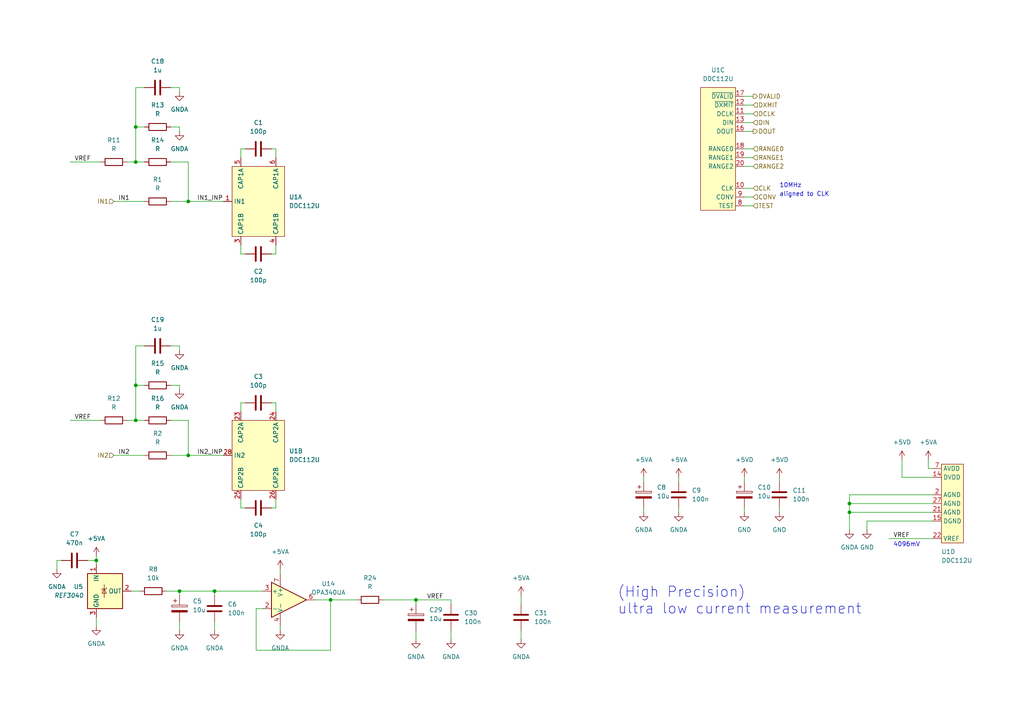
<source format=kicad_sch>
(kicad_sch (version 20211123) (generator eeschema)
  (paper "A4")
  (title_block (title "Open Nano Amp Meter") (date "2022-11-17") (rev "0.9"))
  (lib_symbols
    (symbol "Amplifier_Operational:OPA340UA" (pin_names (offset 0.127))
      (property "Reference" "U" (at 0 6.35 0))
      (property "Value" "OPA340UA" (at 0 3.81 0))
      (symbol "OPA340UA_0_1"
        (polyline (pts (xy -5.08 5.08) (xy 5.08 0) (xy -5.08 -5.08) (xy -5.08 5.08)) (stroke (width 0.254)) (fill (type background)))
      )
      (symbol "OPA340UA_1_1"
        (pin no_connect line (at -2.54 2.54 270) (length 2.54) hide (name "NC") (number "1"))
        (pin input line (at -7.62 -2.54 0) (length 2.54) (name "-") (number "2"))
        (pin input line (at -7.62 2.54 0) (length 2.54) (name "+") (number "3"))
        (pin power_in line (at -2.54 -7.62 90) (length 3.81) (name "V-") (number "4"))
        (pin no_connect line (at 0 2.54 270) (length 2.54) hide (name "NC") (number "5"))
        (pin output line (at 7.62 0 180) (length 2.54) (name "~") (number "6"))
        (pin power_in line (at -2.54 7.62 270) (length 3.81) (name "V+") (number "7"))
        (pin no_connect line (at 0 -2.54 90) (length 2.54) hide (name "NC") (number "8"))
      )
    )
    (symbol "DDC112:DDC112U"
      (property "Reference" "U" (at 10.16 -6.35 0))
      (property "Value" "DDC112U" (at 13.97 -8.89 0))
      (symbol "DDC112U_1_1"
        (rectangle (start -10.16 10.16) (end 5.08 -10.16) (stroke (width 0.1524)) (fill (type background)))
        (pin input line (at -12.7 0 0) (length 2.54) (name "IN1") (number "1"))
        (pin unspecified line (at -7.62 -12.7 90) (length 2.54) (name "CAP1B") (number "3"))
        (pin unspecified line (at 2.54 -12.7 90) (length 2.54) (name "CAP1B") (number "4"))
        (pin unspecified line (at -7.62 12.7 270) (length 2.54) (name "CAP1A") (number "5"))
        (pin unspecified line (at 2.54 12.7 270) (length 2.54) (name "CAP1A") (number "6"))
      )
      (symbol "DDC112U_2_1"
        (rectangle (start -7.62 10.16) (end 7.62 -10.16) (stroke (width 0.1524)) (fill (type background)))
        (pin unspecified line (at -5.08 12.7 270) (length 2.54) (name "CAP2A") (number "23"))
        (pin unspecified line (at 5.08 12.7 270) (length 2.54) (name "CAP2A") (number "24"))
        (pin unspecified line (at -5.08 -12.7 90) (length 2.54) (name "CAP2B") (number "25"))
        (pin unspecified line (at 5.08 -12.7 90) (length 2.54) (name "CAP2B") (number "26"))
        (pin input line (at -10.16 0 0) (length 2.54) (name "IN2") (number "28"))
      )
      (symbol "DDC112U_3_1"
        (rectangle (start -5.08 15.24) (end 5.08 -20.32) (stroke (width 0.1524)) (fill (type background)))
        (pin input line (at -7.62 -13.97 0) (length 2.54) (name "CLK") (number "10"))
        (pin input line (at -7.62 7.62 0) (length 2.54) (name "DCLK") (number "11"))
        (pin input line (at -7.62 10.16 0) (length 2.54) (name "~{DXMIT}") (number "12"))
        (pin input line (at -7.62 5.08 0) (length 2.54) (name "DIN") (number "13"))
        (pin output line (at -7.62 2.54 0) (length 2.54) (name "DOUT") (number "16"))
        (pin output line (at -7.62 12.7 0) (length 2.54) (name "~{DVALID}") (number "17"))
        (pin input line (at -7.62 -2.54 0) (length 2.54) (name "RANGE0") (number "18"))
        (pin input line (at -7.62 -5.08 0) (length 2.54) (name "RANGE1") (number "19"))
        (pin input line (at -7.62 -7.62 0) (length 2.54) (name "RANGE2") (number "20"))
        (pin input line (at -7.62 -19.05 0) (length 2.54) (name "TEST") (number "8"))
        (pin input line (at -7.62 -16.51 0) (length 2.54) (name "CONV") (number "9"))
      )
      (symbol "DDC112U_4_1"
        (rectangle (start -2.54 8.89) (end 3.81 -13.97) (stroke (width 0.1524)) (fill (type background)))
        (pin power_in line (at -5.08 5.08 0) (length 2.54) (name "DVDD") (number "14"))
        (pin power_in line (at -5.08 -7.62 0) (length 2.54) (name "DGND") (number "15"))
        (pin power_in line (at -5.08 0 0) (length 2.54) (name "AGND") (number "2"))
        (pin power_in line (at -5.08 -5.08 0) (length 2.54) (name "AGND") (number "21"))
        (pin passive line (at -5.08 -12.7 0) (length 2.54) (name "VREF") (number "22"))
        (pin power_in line (at -5.08 -2.54 0) (length 2.54) (name "AGND") (number "27"))
        (pin power_in line (at -5.08 7.62 0) (length 2.54) (name "AVDD") (number "7"))
      )
    )
    (symbol "Device:C" (pin_numbers hide) (pin_names (offset 0.254))
      (property "Reference" "C" (at 0.635 2.54 0))
      (property "Value" "C" (at 0.635 -2.54 0))
      (symbol "C_0_1"
        (polyline (pts (xy -2.032 -0.762) (xy 2.032 -0.762)) (stroke (width 0.508)))
        (polyline (pts (xy -2.032 0.762) (xy 2.032 0.762)) (stroke (width 0.508)))
      )
      (symbol "C_1_1"
        (pin passive line (at 0 3.81 270) (length 2.794) (name "~") (number "1"))
        (pin passive line (at 0 -3.81 90) (length 2.794) (name "~") (number "2"))
      )
    )
    (symbol "Device:C_Polarized" (pin_numbers hide) (pin_names (offset 0.254))
      (property "Reference" "C" (at 0.635 2.54 0))
      (property "Value" "C_Polarized" (at 0.635 -2.54 0))
      (symbol "C_Polarized_0_1"
        (rectangle (start -2.286 0.508) (end 2.286 1.016))
        (polyline (pts (xy -1.778 2.286) (xy -0.762 2.286)))
        (polyline (pts (xy -1.27 2.794) (xy -1.27 1.778)))
        (rectangle (start 2.286 -0.508) (end -2.286 -1.016) (fill (type outline)))
      )
      (symbol "C_Polarized_1_1"
        (pin passive line (at 0 3.81 270) (length 2.794) (name "~") (number "1"))
        (pin passive line (at 0 -3.81 90) (length 2.794) (name "~") (number "2"))
      )
    )
    (symbol "Device:R" (pin_numbers hide) (pin_names (offset 0))
      (property "Reference" "R" (at 2.032 0 90))
      (property "Value" "R" (at 0 0 90))
      (symbol "R_0_1"
        (rectangle (start -1.016 -2.54) (end 1.016 2.54) (stroke (width 0.254)))
      )
      (symbol "R_1_1"
        (pin passive line (at 0 3.81 270) (length 1.27) (name "~") (number "1"))
        (pin passive line (at 0 -3.81 90) (length 1.27) (name "~") (number "2"))
      )
    )
    (symbol "Reference_Voltage:REF3040" (pin_names (offset 0.254))
      (property "Reference" "U" (at 0 6.35 0))
      (property "Value" "REF3040" (at 2.54 -6.35 0))
      (symbol "REF3040_0_1"
        (rectangle (start -5.08 5.08) (end 5.08 -5.08) (stroke (width 0.254)) (fill (type background)))
        (polyline (pts (xy -0.254 1.905) (xy -0.254 -1.905)))
        (polyline (pts (xy -0.889 -0.635) (xy 0.381 -0.635) (xy -0.254 0.635) (xy -0.889 -0.635)))
        (polyline (pts (xy 0.381 1.016) (xy 0.381 0.635) (xy -0.889 0.635) (xy -0.889 0.254)))
      )
      (symbol "REF3040_1_1"
        (pin power_in line (at -2.54 7.62 270) (length 2.54) (name "IN") (number "1"))
        (pin power_out line (at 7.62 0 180) (length 2.54) (name "OUT") (number "2"))
        (pin power_in line (at -2.54 -7.62 90) (length 2.54) (name "GND") (number "3"))
      )
    )
    (symbol "power:+5VA" (power) (pin_names (offset 0))
      (property "Value" "+5VA" (at 0 3.556 0))
      (symbol "+5VA_0_1"
        (polyline (pts (xy -0.762 1.27) (xy 0 2.54)))
        (polyline (pts (xy 0 0) (xy 0 2.54)))
        (polyline (pts (xy 0 2.54) (xy 0.762 1.27)))
      )
      (symbol "+5VA_1_1"
        (pin power_in line (at 0 0 90) (length 0) hide (name "+5VA") (number "1"))
      )
    )
    (symbol "power:+5VD" (power) (pin_names (offset 0))
      (property "Value" "+5VD" (at 0 3.556 0))
      (symbol "+5VD_0_1"
        (polyline (pts (xy -0.762 1.27) (xy 0 2.54)))
        (polyline (pts (xy 0 0) (xy 0 2.54)))
        (polyline (pts (xy 0 2.54) (xy 0.762 1.27)))
      )
      (symbol "+5VD_1_1"
        (pin power_in line (at 0 0 90) (length 0) hide (name "+5VD") (number "1"))
      )
    )
    (symbol "power:GND" (power) (pin_names (offset 0))
      (property "Value" "GND" (at 0 -3.81 0))
      (symbol "GND_0_1"
        (polyline (pts (xy 0 0) (xy 0 -1.27) (xy 1.27 -1.27) (xy 0 -2.54) (xy -1.27 -1.27) (xy 0 -1.27)))
      )
      (symbol "GND_1_1"
        (pin power_in line (at 0 0 270) (length 0) hide (name "GND") (number "1"))
      )
    )
    (symbol "power:GNDA" (power) (pin_names (offset 0))
      (property "Value" "GNDA" (at 0 -3.81 0))
      (symbol "GNDA_0_1"
        (polyline (pts (xy 0 0) (xy 0 -1.27) (xy 1.27 -1.27) (xy 0 -2.54) (xy -1.27 -1.27) (xy 0 -1.27)))
      )
      (symbol "GNDA_1_1"
        (pin power_in line (at 0 0 270) (length 0) hide (name "GNDA") (number "1"))
      )
    )
  )
  (junction (at 246.38 146.05))
  (junction (at 39.37 46.99))
  (junction (at 39.37 111.76))
  (junction (at 62.23 171.45))
  (junction (at 52.07 171.45))
  (junction (at 54.61 132.08))
  (junction (at 95.885 173.99))
  (junction (at 39.37 36.83))
  (junction (at 39.37 121.92))
  (junction (at 54.61 58.42))
  (junction (at 246.38 148.59))
  (junction (at 27.94 162.56))
  (junction (at 120.65 173.99))
  (wire (pts (xy 71.12 116.84) (xy 69.85 116.84)))
  (wire (pts (xy 215.9 57.15) (xy 218.44 57.15)))
  (wire (pts (xy 27.94 161.29) (xy 27.94 162.56)))
  (wire (pts (xy 91.44 173.99) (xy 95.885 173.99)))
  (wire (pts (xy 54.61 132.08) (xy 64.77 132.08)))
  (wire (pts (xy 33.02 58.42) (xy 41.91 58.42)))
  (wire (pts (xy 74.295 176.53) (xy 74.295 188.595)))
  (wire (pts (xy 226.06 147.32) (xy 226.06 148.59)))
  (wire (pts (xy 130.81 175.26) (xy 130.81 173.99)))
  (wire (pts (xy 49.53 121.92) (xy 54.61 121.92)))
  (wire (pts (xy 78.74 43.18) (xy 80.01 43.18)))
  (wire (pts (xy 54.61 46.99) (xy 54.61 58.42)))
  (wire (pts (xy 71.12 73.66) (xy 69.85 73.66)))
  (wire (pts (xy 120.65 182.88) (xy 120.65 185.42)))
  (wire (pts (xy 49.53 25.4) (xy 52.07 25.4)))
  (wire (pts (xy 215.9 30.48) (xy 218.44 30.48)))
  (wire (pts (xy 33.02 132.08) (xy 41.91 132.08)))
  (wire (pts (xy 270.51 135.89) (xy 269.24 135.89)))
  (wire (pts (xy 52.07 171.45) (xy 62.23 171.45)))
  (wire (pts (xy 62.23 172.72) (xy 62.23 171.45)))
  (wire (pts (xy 130.81 173.99) (xy 120.65 173.99)))
  (wire (pts (xy 251.46 151.13) (xy 251.46 153.67)))
  (wire (pts (xy 62.23 171.45) (xy 76.2 171.45)))
  (wire (pts (xy 226.06 138.43) (xy 226.06 139.7)))
  (wire (pts (xy 52.07 111.76) (xy 52.07 113.03)))
  (wire (pts (xy 16.51 162.56) (xy 17.78 162.56)))
  (wire (pts (xy 39.37 36.83) (xy 41.91 36.83)))
  (wire (pts (xy 52.07 25.4) (xy 52.07 26.67)))
  (wire (pts (xy 215.9 59.69) (xy 218.44 59.69)))
  (wire (pts (xy 52.07 180.34) (xy 52.07 182.88)))
  (wire (pts (xy 215.9 35.56) (xy 218.44 35.56)))
  (wire (pts (xy 39.37 46.99) (xy 41.91 46.99)))
  (wire (pts (xy 49.53 46.99) (xy 54.61 46.99)))
  (wire (pts (xy 54.61 121.92) (xy 54.61 132.08)))
  (wire (pts (xy 69.85 144.78) (xy 69.85 147.32)))
  (wire (pts (xy 39.37 121.92) (xy 39.37 111.76)))
  (wire (pts (xy 246.38 146.05) (xy 246.38 148.59)))
  (wire (pts (xy 151.13 182.88) (xy 151.13 185.42)))
  (wire (pts (xy 39.37 111.76) (xy 41.91 111.76)))
  (wire (pts (xy 81.28 165.1) (xy 81.28 166.37)))
  (wire (pts (xy 215.9 43.18) (xy 218.44 43.18)))
  (wire (pts (xy 25.4 162.56) (xy 27.94 162.56)))
  (wire (pts (xy 215.9 38.1) (xy 218.44 38.1)))
  (wire (pts (xy 269.24 133.35) (xy 269.24 135.89)))
  (wire (pts (xy 215.9 54.61) (xy 218.44 54.61)))
  (wire (pts (xy 76.2 176.53) (xy 74.295 176.53)))
  (wire (pts (xy 52.07 171.45) (xy 52.07 172.72)))
  (wire (pts (xy 215.9 48.26) (xy 218.44 48.26)))
  (wire (pts (xy 36.83 46.99) (xy 39.37 46.99)))
  (wire (pts (xy 41.91 25.4) (xy 39.37 25.4)))
  (wire (pts (xy 196.85 138.43) (xy 196.85 139.7)))
  (wire (pts (xy 39.37 25.4) (xy 39.37 36.83)))
  (wire (pts (xy 151.13 172.72) (xy 151.13 175.26)))
  (wire (pts (xy 111.125 173.99) (xy 120.65 173.99)))
  (wire (pts (xy 16.51 162.56) (xy 16.51 165.1)))
  (wire (pts (xy 270.51 151.13) (xy 251.46 151.13)))
  (wire (pts (xy 270.51 143.51) (xy 246.38 143.51)))
  (wire (pts (xy 270.51 138.43) (xy 261.62 138.43)))
  (wire (pts (xy 49.53 58.42) (xy 54.61 58.42)))
  (wire (pts (xy 95.885 173.99) (xy 103.505 173.99)))
  (wire (pts (xy 80.01 73.66) (xy 80.01 71.12)))
  (wire (pts (xy 78.74 73.66) (xy 80.01 73.66)))
  (wire (pts (xy 261.62 133.35) (xy 261.62 138.43)))
  (wire (pts (xy 52.07 111.76) (xy 49.53 111.76)))
  (wire (pts (xy 27.94 162.56) (xy 27.94 163.83)))
  (wire (pts (xy 215.9 45.72) (xy 218.44 45.72)))
  (wire (pts (xy 257.81 156.21) (xy 270.51 156.21)))
  (wire (pts (xy 39.37 46.99) (xy 39.37 36.83)))
  (wire (pts (xy 52.07 100.33) (xy 52.07 101.6)))
  (wire (pts (xy 49.53 132.08) (xy 54.61 132.08)))
  (wire (pts (xy 52.07 36.83) (xy 49.53 36.83)))
  (wire (pts (xy 246.38 146.05) (xy 270.51 146.05)))
  (wire (pts (xy 196.85 147.32) (xy 196.85 148.59)))
  (wire (pts (xy 20.32 121.92) (xy 29.21 121.92)))
  (wire (pts (xy 246.38 148.59) (xy 270.51 148.59)))
  (wire (pts (xy 215.9 27.94) (xy 218.44 27.94)))
  (wire (pts (xy 27.94 179.07) (xy 27.94 181.61)))
  (wire (pts (xy 215.9 147.32) (xy 215.9 148.59)))
  (wire (pts (xy 80.01 119.38) (xy 80.01 116.84)))
  (wire (pts (xy 120.65 173.99) (xy 120.65 175.26)))
  (wire (pts (xy 69.85 71.12) (xy 69.85 73.66)))
  (wire (pts (xy 36.83 121.92) (xy 39.37 121.92)))
  (wire (pts (xy 71.12 147.32) (xy 69.85 147.32)))
  (wire (pts (xy 52.07 36.83) (xy 52.07 38.1)))
  (wire (pts (xy 81.28 181.61) (xy 81.28 182.88)))
  (wire (pts (xy 41.91 100.33) (xy 39.37 100.33)))
  (wire (pts (xy 80.01 147.32) (xy 80.01 144.78)))
  (wire (pts (xy 95.885 188.595) (xy 95.885 173.99)))
  (wire (pts (xy 62.23 180.34) (xy 62.23 182.88)))
  (wire (pts (xy 20.32 46.99) (xy 29.21 46.99)))
  (wire (pts (xy 39.37 121.92) (xy 41.91 121.92)))
  (wire (pts (xy 69.85 116.84) (xy 69.85 119.38)))
  (wire (pts (xy 69.85 43.18) (xy 69.85 45.72)))
  (wire (pts (xy 80.01 45.72) (xy 80.01 43.18)))
  (wire (pts (xy 38.1 171.45) (xy 40.64 171.45)))
  (wire (pts (xy 246.38 148.59) (xy 246.38 153.67)))
  (wire (pts (xy 78.74 116.84) (xy 80.01 116.84)))
  (wire (pts (xy 74.295 188.595) (xy 95.885 188.595)))
  (wire (pts (xy 215.9 33.02) (xy 218.44 33.02)))
  (wire (pts (xy 39.37 100.33) (xy 39.37 111.76)))
  (wire (pts (xy 215.9 138.43) (xy 215.9 139.7)))
  (wire (pts (xy 48.26 171.45) (xy 52.07 171.45)))
  (wire (pts (xy 130.81 182.88) (xy 130.81 185.42)))
  (wire (pts (xy 186.69 138.43) (xy 186.69 139.7)))
  (wire (pts (xy 54.61 58.42) (xy 64.77 58.42)))
  (wire (pts (xy 49.53 100.33) (xy 52.07 100.33)))
  (wire (pts (xy 186.69 147.32) (xy 186.69 148.59)))
  (wire (pts (xy 246.38 143.51) (xy 246.38 146.05)))
  (wire (pts (xy 78.74 147.32) (xy 80.01 147.32)))
  (wire (pts (xy 71.12 43.18) (xy 69.85 43.18)))
  (text "4096mV" (at 259.08 158.75 0) (effects (font (size 1.27 1.27)) (justify left bottom)))
  (text "aligned to CLK" (at 226.06 57.15 0) (effects (font (size 1.27 1.27)) (justify left bottom)))
  (text "(High Precision)\nultra low current measurement" (at 179.07 178.435 0) (effects (font (size 3 3)) (justify left bottom)))
  (text "10MHz" (at 226.06 54.61 0) (effects (font (size 1.27 1.27)) (justify left bottom)))
  (label "VREF" (at 21.59 121.92 0))
  (label "VREF" (at 123.825 173.99 0))
  (label "IN1_INP" (at 57.15 58.42 0))
  (label "IN1" (at 34.29 58.42 0))
  (label "VREF" (at 259.08 156.21 0))
  (label "VREF" (at 21.59 46.99 0))
  (label "IN2" (at 34.29 132.08 0))
  (label "IN2_INP" (at 57.15 132.08 0))
  (hierarchical_label "RANGE0" (shape input) (at 218.44 43.18 0))
  (hierarchical_label "RANGE1" (shape input) (at 218.44 45.72 0))
  (hierarchical_label "TEST" (shape input) (at 218.44 59.69 0))
  (hierarchical_label "CLK" (shape input) (at 218.44 54.61 0))
  (hierarchical_label "IN2" (shape input) (at 33.02 132.08 180))
  (hierarchical_label "DCLK" (shape input) (at 218.44 33.02 0))
  (hierarchical_label "RANGE2" (shape input) (at 218.44 48.26 0))
  (hierarchical_label "DXMIT" (shape input) (at 218.44 30.48 0))
  (hierarchical_label "CONV" (shape input) (at 218.44 57.15 0))
  (hierarchical_label "DOUT" (shape output) (at 218.44 38.1 0))
  (hierarchical_label "DVALID" (shape output) (at 218.44 27.94 0))
  (hierarchical_label "DIN" (shape input) (at 218.44 35.56 0))
  (hierarchical_label "IN1" (shape input) (at 33.02 58.42 180))
  (symbol (lib_id "Device:C") (at 74.93 116.84 90) (unit 1)
    (property "Reference" "C3" (at 74.93 109.22 90))
    (property "Value" "100p" (at 74.93 111.76 90))
    (property "Footprint" "Capacitor_SMD:C_0402_1005Metric_Pad0.74x0.62mm_HandSolder" (effects hide))
  )
  (symbol (lib_id "power:GND") (at 226.06 148.59 0) (unit 1)
    (property "Reference" "#PWR017" (effects hide))
    (property "Value" "GND" (at 226.06 153.67 0))
  )
  (symbol (lib_id "Device:C_Polarized") (at 186.69 143.51 0) (unit 1)
    (property "Reference" "C8" (at 190.5 141.3509 0) (effects (justify left)))
    (property "Value" "10u" (at 190.5 143.8909 0) (effects (justify left)))
    (property "Footprint" "Capacitor_SMD:CP_Elec_4x3.9" (effects hide))
  )
  (symbol (lib_id "Device:C") (at 74.93 73.66 90) (unit 1)
    (property "Reference" "C2" (at 74.93 78.74 90))
    (property "Value" "100p" (at 74.93 81.28 90))
    (property "Footprint" "Capacitor_SMD:C_0402_1005Metric_Pad0.74x0.62mm_HandSolder" (effects hide))
  )
  (symbol (lib_id "power:GNDA") (at 62.23 182.88 0) (unit 1)
    (property "Reference" "#PWR08" (effects hide))
    (property "Value" "GNDA" (at 62.23 187.96 0))
  )
  (symbol (lib_id "Device:R") (at 107.315 173.99 90) (unit 1)
    (property "Reference" "R24" (at 107.315 167.64 90))
    (property "Value" "R" (at 107.315 170.18 90))
    (property "Footprint" "Resistor_SMD:R_0603_1608Metric" (effects hide))
  )
  (symbol (lib_id "Device:R") (at 45.72 46.99 90) (unit 1)
    (property "Reference" "R14" (at 45.72 40.64 90))
    (property "Value" "R" (at 45.72 43.18 90))
    (property "Footprint" "Resistor_SMD:R_0603_1608Metric" (effects hide))
  )
  (symbol (lib_id "DDC112:DDC112U") (at 74.93 132.08 0) (unit 2)
    (property "Reference" "U1" (at 83.82 130.8099 0) (effects (justify left)))
    (property "Value" "DDC112U" (at 83.82 133.3499 0) (effects (justify left)))
    (property "Footprint" "Package_SO:SOIC-28W_7.5x17.9mm_P1.27mm" (effects hide))
  )
  (symbol (lib_id "power:+5VD") (at 261.62 133.35 0) (unit 1)
    (property "Reference" "#PWR0108" (effects hide))
    (property "Value" "+5VD" (at 261.62 128.27 0))
  )
  (symbol (lib_id "Device:C") (at 62.23 176.53 0) (unit 1)
    (property "Reference" "C6" (at 66.04 175.2599 0) (effects (justify left)))
    (property "Value" "100n" (at 66.04 177.7999 0) (effects (justify left)))
    (property "Footprint" "Capacitor_SMD:C_0603_1608Metric" (effects hide))
  )
  (symbol (lib_id "Device:C") (at 130.81 179.07 0) (unit 1)
    (property "Reference" "C30" (at 134.62 177.7999 0) (effects (justify left)))
    (property "Value" "100n" (at 134.62 180.3399 0) (effects (justify left)))
    (property "Footprint" "Capacitor_SMD:C_0603_1608Metric" (effects hide))
  )
  (symbol (lib_id "Device:C_Polarized") (at 215.9 143.51 0) (unit 1)
    (property "Reference" "C10" (at 219.71 141.3509 0) (effects (justify left)))
    (property "Value" "10u" (at 219.71 143.8909 0) (effects (justify left)))
    (property "Footprint" "Capacitor_SMD:CP_Elec_4x3.9" (effects hide))
  )
  (symbol (lib_id "power:+5VA") (at 196.85 138.43 0) (unit 1)
    (property "Reference" "#PWR012" (effects hide))
    (property "Value" "+5VA" (at 196.85 133.35 0))
  )
  (symbol (lib_id "power:+5VA") (at 81.28 165.1 0) (unit 1)
    (property "Reference" "#PWR055" (effects hide))
    (property "Value" "+5VA" (at 81.28 160.02 0))
  )
  (symbol (lib_id "DDC112:DDC112U") (at 275.59 143.51 0) (unit 4)
    (property "Reference" "U1" (at 273.05 160.02 0) (effects (justify left)))
    (property "Value" "DDC112U" (at 273.05 162.56 0) (effects (justify left)))
    (property "Footprint" "Package_SO:SOIC-28W_7.5x17.9mm_P1.27mm" (effects hide))
  )
  (symbol (lib_id "Device:R") (at 45.72 121.92 90) (unit 1)
    (property "Reference" "R16" (at 45.72 115.57 90))
    (property "Value" "R" (at 45.72 118.11 90))
    (property "Footprint" "Resistor_SMD:R_0603_1608Metric" (effects hide))
  )
  (symbol (lib_id "power:+5VD") (at 226.06 138.43 0) (unit 1)
    (property "Reference" "#PWR016" (effects hide))
    (property "Value" "+5VD" (at 226.06 133.35 0))
  )
  (symbol (lib_id "power:+5VA") (at 151.13 172.72 0) (unit 1)
    (property "Reference" "#PWR059" (effects hide))
    (property "Value" "+5VA" (at 151.13 167.64 0))
  )
  (symbol (lib_id "Device:R") (at 33.02 121.92 90) (unit 1)
    (property "Reference" "R12" (at 33.02 115.57 90))
    (property "Value" "R" (at 33.02 118.11 90))
    (property "Footprint" "Resistor_SMD:R_0603_1608Metric" (effects hide))
  )
  (symbol (lib_id "Device:R") (at 45.72 132.08 90) (unit 1)
    (property "Reference" "R2" (at 45.72 125.73 90))
    (property "Value" "R" (at 45.72 128.27 90))
    (property "Footprint" "Resistor_SMD:R_0603_1608Metric" (effects hide))
  )
  (symbol (lib_id "power:+5VD") (at 215.9 138.43 0) (unit 1)
    (property "Reference" "#PWR014" (effects hide))
    (property "Value" "+5VD" (at 215.9 133.35 0))
  )
  (symbol (lib_id "power:GNDA") (at 151.13 185.42 0) (unit 1)
    (property "Reference" "#PWR060" (effects hide))
    (property "Value" "GNDA" (at 151.13 190.5 0))
  )
  (symbol (lib_id "power:GND") (at 215.9 148.59 0) (unit 1)
    (property "Reference" "#PWR015" (effects hide))
    (property "Value" "GND" (at 215.9 153.67 0))
  )
  (symbol (lib_id "power:GNDA") (at 52.07 26.67 0) (unit 1)
    (property "Reference" "#PWR032" (effects hide))
    (property "Value" "GNDA" (at 52.07 31.75 0))
  )
  (symbol (lib_id "Device:C") (at 45.72 100.33 90) (unit 1)
    (property "Reference" "C19" (at 45.72 92.71 90))
    (property "Value" "1u" (at 45.72 95.25 90))
    (property "Footprint" "Capacitor_SMD:C_0603_1608Metric" (effects hide))
  )
  (symbol (lib_id "Device:C") (at 226.06 143.51 0) (unit 1)
    (property "Reference" "C11" (at 229.87 142.2399 0) (effects (justify left)))
    (property "Value" "100n" (at 229.87 144.7799 0) (effects (justify left)))
    (property "Footprint" "Capacitor_SMD:C_0603_1608Metric" (effects hide))
  )
  (symbol (lib_id "DDC112:DDC112U") (at 208.28 40.64 0) (mirror y) (unit 3)
    (property "Reference" "U1" (at 208.28 20.32 0))
    (property "Value" "DDC112U" (at 208.28 22.86 0))
    (property "Footprint" "Package_SO:SOIC-28W_7.5x17.9mm_P1.27mm" (effects hide))
  )
  (symbol (lib_id "power:GNDA") (at 246.38 153.67 0) (unit 1)
    (property "Reference" "#PWR0102" (effects hide))
    (property "Value" "GNDA" (at 246.38 158.75 0))
  )
  (symbol (lib_id "Device:C") (at 45.72 25.4 90) (unit 1)
    (property "Reference" "C18" (at 45.72 17.78 90))
    (property "Value" "1u" (at 45.72 20.32 90))
    (property "Footprint" "Capacitor_SMD:C_0603_1608Metric" (effects hide))
  )
  (symbol (lib_id "Device:C") (at 74.93 147.32 90) (unit 1)
    (property "Reference" "C4" (at 74.93 152.4 90))
    (property "Value" "100p" (at 74.93 154.94 90))
    (property "Footprint" "Capacitor_SMD:C_0402_1005Metric_Pad0.74x0.62mm_HandSolder" (effects hide))
  )
  (symbol (lib_id "Device:R") (at 44.45 171.45 90) (unit 1)
    (property "Reference" "R8" (at 44.45 165.1 90))
    (property "Value" "10k" (at 44.45 167.64 90))
    (property "Footprint" "Resistor_SMD:R_0603_1608Metric" (effects hide))
  )
  (symbol (lib_id "Device:C") (at 21.59 162.56 90) (unit 1)
    (property "Reference" "C7" (at 21.59 154.94 90))
    (property "Value" "470n" (at 21.59 157.48 90))
    (property "Footprint" "Capacitor_SMD:C_0603_1608Metric" (effects hide))
  )
  (symbol (lib_id "power:GNDA") (at 16.51 165.1 0) (unit 1)
    (property "Reference" "#PWR09" (effects hide))
    (property "Value" "GNDA" (at 16.51 170.18 0))
  )
  (symbol (lib_id "Device:C_Polarized") (at 120.65 179.07 0) (unit 1)
    (property "Reference" "C29" (at 124.46 176.9109 0) (effects (justify left)))
    (property "Value" "10u" (at 124.46 179.4509 0) (effects (justify left)))
    (property "Footprint" "Capacitor_SMD:CP_Elec_4x3.9" (effects hide))
  )
  (symbol (lib_id "DDC112:DDC112U") (at 77.47 58.42 0) (unit 1)
    (property "Reference" "U1" (at 83.82 57.1499 0) (effects (justify left)))
    (property "Value" "DDC112U" (at 83.82 59.6899 0) (effects (justify left)))
    (property "Footprint" "Package_SO:SOIC-28W_7.5x17.9mm_P1.27mm" (effects hide))
  )
  (symbol (lib_id "Device:C") (at 196.85 143.51 0) (unit 1)
    (property "Reference" "C9" (at 200.66 142.2399 0) (effects (justify left)))
    (property "Value" "100n" (at 200.66 144.7799 0) (effects (justify left)))
    (property "Footprint" "Capacitor_SMD:C_0603_1608Metric" (effects hide))
  )
  (symbol (lib_id "power:GNDA") (at 52.07 182.88 0) (unit 1)
    (property "Reference" "#PWR07" (effects hide))
    (property "Value" "GNDA" (at 52.07 187.96 0))
  )
  (symbol (lib_id "power:+5VA") (at 27.94 161.29 0) (unit 1)
    (property "Reference" "#PWR0116" (effects hide))
    (property "Value" "+5VA" (at 27.94 156.21 0))
  )
  (symbol (lib_id "power:GNDA") (at 52.07 113.03 0) (unit 1)
    (property "Reference" "#PWR035" (effects hide))
    (property "Value" "GNDA" (at 52.07 118.11 0))
  )
  (symbol (lib_id "Device:R") (at 45.72 111.76 90) (unit 1)
    (property "Reference" "R15" (at 45.72 105.41 90))
    (property "Value" "R" (at 45.72 107.95 90))
    (property "Footprint" "Resistor_SMD:R_0603_1608Metric" (effects hide))
  )
  (symbol (lib_id "Device:R") (at 33.02 46.99 90) (unit 1)
    (property "Reference" "R11" (at 33.02 40.64 90))
    (property "Value" "R" (at 33.02 43.18 90))
    (property "Footprint" "Resistor_SMD:R_0603_1608Metric" (effects hide))
  )
  (symbol (lib_id "power:+5VA") (at 186.69 138.43 0) (unit 1)
    (property "Reference" "#PWR010" (effects hide))
    (property "Value" "+5VA" (at 186.69 133.35 0))
  )
  (symbol (lib_id "power:GNDA") (at 52.07 101.6 0) (unit 1)
    (property "Reference" "#PWR034" (effects hide))
    (property "Value" "GNDA" (at 52.07 106.68 0))
  )
  (symbol (lib_id "power:GNDA") (at 186.69 148.59 0) (unit 1)
    (property "Reference" "#PWR011" (effects hide))
    (property "Value" "GNDA" (at 186.69 153.67 0))
  )
  (symbol (lib_id "Reference_Voltage:REF3040") (at 30.48 171.45 0) (unit 1)
    (property "Reference" "U5" (at 24.13 170.1799 0) (effects (justify right)))
    (property "Value" "REF3040" (at 24.13 172.7199 0) (effects (font italic) (justify right)))
    (property "Footprint" "Package_TO_SOT_SMD:SOT-23" (effects hide))
    (property "Datasheet" "http://www.ti.com/lit/ds/symlink/ref3033.pdf" (effects hide))
  )
  (symbol (lib_id "Device:C_Polarized") (at 52.07 176.53 0) (unit 1)
    (property "Reference" "C5" (at 55.88 174.3709 0) (effects (justify left)))
    (property "Value" "10u" (at 55.88 176.9109 0) (effects (justify left)))
    (property "Footprint" "Capacitor_SMD:CP_Elec_4x3.9" (effects hide))
  )
  (symbol (lib_id "power:GNDA") (at 196.85 148.59 0) (unit 1)
    (property "Reference" "#PWR013" (effects hide))
    (property "Value" "GNDA" (at 196.85 153.67 0))
  )
  (symbol (lib_id "power:GND") (at 251.46 153.67 0) (unit 1)
    (property "Reference" "#PWR0101" (effects hide))
    (property "Value" "GND" (at 251.46 158.75 0))
  )
  (symbol (lib_id "Device:R") (at 45.72 58.42 90) (unit 1)
    (property "Reference" "R1" (at 45.72 52.07 90))
    (property "Value" "R" (at 45.72 54.61 90))
    (property "Footprint" "Resistor_SMD:R_0603_1608Metric" (effects hide))
  )
  (symbol (lib_id "power:GNDA") (at 27.94 181.61 0) (unit 1)
    (property "Reference" "#PWR06" (effects hide))
    (property "Value" "GNDA" (at 27.94 186.69 0))
  )
  (symbol (lib_id "power:GNDA") (at 52.07 38.1 0) (unit 1)
    (property "Reference" "#PWR033" (effects hide))
    (property "Value" "GNDA" (at 52.07 43.18 0))
  )
  (symbol (lib_id "Device:C") (at 151.13 179.07 0) (unit 1)
    (property "Reference" "C31" (at 154.94 177.7999 0) (effects (justify left)))
    (property "Value" "100n" (at 154.94 180.3399 0) (effects (justify left)))
    (property "Footprint" "Capacitor_SMD:C_0603_1608Metric" (effects hide))
  )
  (symbol (lib_id "Device:R") (at 45.72 36.83 90) (unit 1)
    (property "Reference" "R13" (at 45.72 30.48 90))
    (property "Value" "R" (at 45.72 33.02 90))
    (property "Footprint" "Resistor_SMD:R_0603_1608Metric" (effects hide))
  )
  (symbol (lib_id "Amplifier_Operational:OPA340UA") (at 83.82 173.99 0) (unit 1)
    (property "Reference" "U14" (at 95.25 169.291 0))
    (property "Value" "OPA340UA" (at 95.25 171.831 0))
    (property "Footprint" "Package_SO:SOIC-8_3.9x4.9mm_P1.27mm" (effects hide))
    (property "Datasheet" "http://www.ti.com/lit/ds/symlink/opa340.pdf" (effects hide))
  )
  (symbol (lib_id "power:GNDA") (at 81.28 182.88 0) (unit 1)
    (property "Reference" "#PWR056" (effects hide))
    (property "Value" "GNDA" (at 81.28 187.96 0))
  )
  (symbol (lib_id "power:GNDA") (at 130.81 185.42 0) (unit 1)
    (property "Reference" "#PWR058" (effects hide))
    (property "Value" "GNDA" (at 130.81 190.5 0))
  )
  (symbol (lib_id "power:GNDA") (at 120.65 185.42 0) (unit 1)
    (property "Reference" "#PWR057" (effects hide))
    (property "Value" "GNDA" (at 120.65 190.5 0))
  )
  (symbol (lib_id "power:+5VA") (at 269.24 133.35 0) (unit 1)
    (property "Reference" "#PWR0117" (effects hide))
    (property "Value" "+5VA" (at 269.24 128.27 0))
  )
  (symbol (lib_id "Device:C") (at 74.93 43.18 90) (unit 1)
    (property "Reference" "C1" (at 74.93 35.56 90))
    (property "Value" "100p" (at 74.93 38.1 90))
    (property "Footprint" "Capacitor_SMD:C_0402_1005Metric_Pad0.74x0.62mm_HandSolder" (effects hide))
  )
)
</source>
